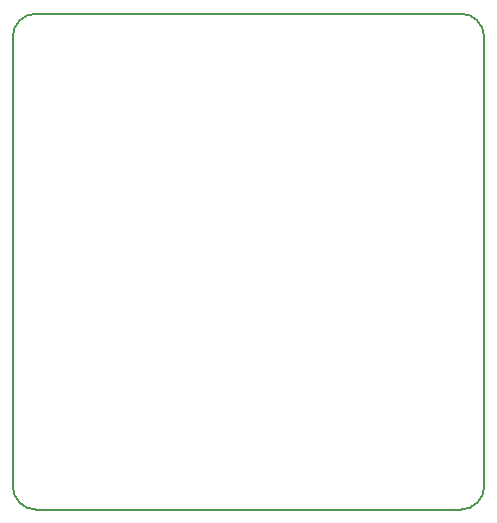
<source format=gm1>
G04 #@! TF.FileFunction,Profile,NP*
%FSLAX46Y46*%
G04 Gerber Fmt 4.6, Leading zero omitted, Abs format (unit mm)*
G04 Created by KiCad (PCBNEW 4.0.1-stable) date Fri 15 Jan 2016 03:53:27 PM CST*
%MOMM*%
G01*
G04 APERTURE LIST*
%ADD10C,0.100000*%
%ADD11C,0.150000*%
G04 APERTURE END LIST*
D10*
D11*
X142460000Y-102000000D02*
X142460000Y-140000000D01*
X104540000Y-100000000D02*
X140460000Y-100000000D01*
X102540000Y-140000000D02*
X102540000Y-102000000D01*
X104540000Y-142000000D02*
X140460000Y-142000000D01*
X102540000Y-140000000D02*
G75*
G03X104540000Y-142000000I2000000J0D01*
G01*
X140460000Y-142000000D02*
G75*
G03X142460000Y-140000000I0J2000000D01*
G01*
X142460000Y-102000000D02*
G75*
G03X140460000Y-100000000I-2000000J0D01*
G01*
X104540000Y-100000000D02*
G75*
G03X102540000Y-102000000I0J-2000000D01*
G01*
M02*

</source>
